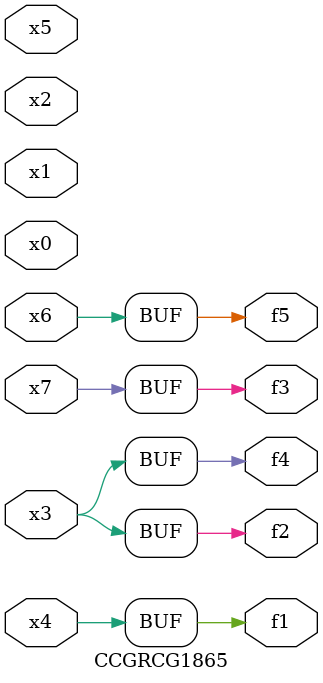
<source format=v>
module CCGRCG1865(
	input x0, x1, x2, x3, x4, x5, x6, x7,
	output f1, f2, f3, f4, f5
);
	assign f1 = x4;
	assign f2 = x3;
	assign f3 = x7;
	assign f4 = x3;
	assign f5 = x6;
endmodule

</source>
